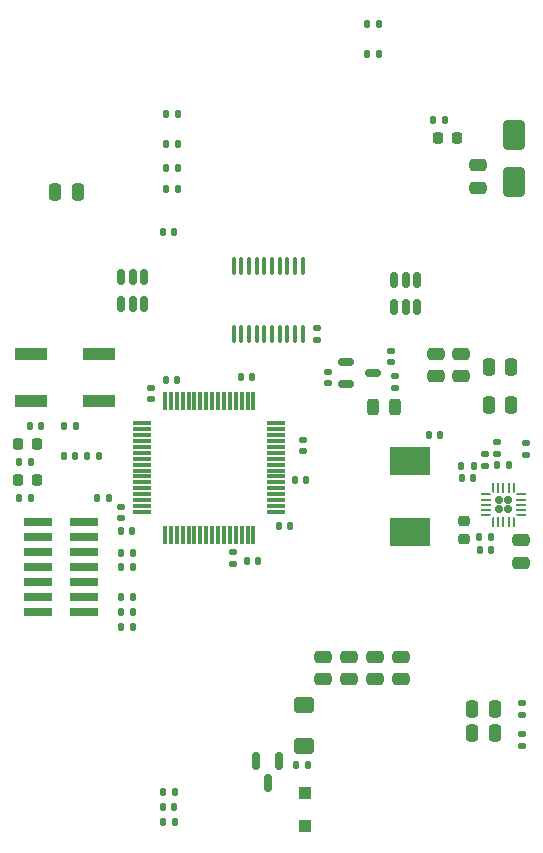
<source format=gtp>
%TF.GenerationSoftware,KiCad,Pcbnew,7.0.1*%
%TF.CreationDate,2023-06-05T22:57:50+02:00*%
%TF.ProjectId,AxisPCB-STM32F411,41786973-5043-4422-9d53-544d33324634,1*%
%TF.SameCoordinates,Original*%
%TF.FileFunction,Paste,Top*%
%TF.FilePolarity,Positive*%
%FSLAX46Y46*%
G04 Gerber Fmt 4.6, Leading zero omitted, Abs format (unit mm)*
G04 Created by KiCad (PCBNEW 7.0.1) date 2023-06-05 22:57:50*
%MOMM*%
%LPD*%
G01*
G04 APERTURE LIST*
G04 Aperture macros list*
%AMRoundRect*
0 Rectangle with rounded corners*
0 $1 Rounding radius*
0 $2 $3 $4 $5 $6 $7 $8 $9 X,Y pos of 4 corners*
0 Add a 4 corners polygon primitive as box body*
4,1,4,$2,$3,$4,$5,$6,$7,$8,$9,$2,$3,0*
0 Add four circle primitives for the rounded corners*
1,1,$1+$1,$2,$3*
1,1,$1+$1,$4,$5*
1,1,$1+$1,$6,$7*
1,1,$1+$1,$8,$9*
0 Add four rect primitives between the rounded corners*
20,1,$1+$1,$2,$3,$4,$5,0*
20,1,$1+$1,$4,$5,$6,$7,0*
20,1,$1+$1,$6,$7,$8,$9,0*
20,1,$1+$1,$8,$9,$2,$3,0*%
%AMFreePoly0*
4,1,14,0.289644,0.110355,0.410355,-0.010356,0.425000,-0.045711,0.425000,-0.075000,0.410355,-0.110355,0.375000,-0.125000,-0.375000,-0.125000,-0.410355,-0.110355,-0.425000,-0.075000,-0.425000,0.075000,-0.410355,0.110355,-0.375000,0.125000,0.254289,0.125000,0.289644,0.110355,0.289644,0.110355,$1*%
%AMFreePoly1*
4,1,14,0.410355,0.110355,0.425000,0.075000,0.425000,0.045711,0.410355,0.010356,0.289644,-0.110355,0.254289,-0.125000,-0.375000,-0.125000,-0.410355,-0.110355,-0.425000,-0.075000,-0.425000,0.075000,-0.410355,0.110355,-0.375000,0.125000,0.375000,0.125000,0.410355,0.110355,0.410355,0.110355,$1*%
%AMFreePoly2*
4,1,14,0.110355,0.410355,0.125000,0.375000,0.125000,-0.375000,0.110355,-0.410355,0.075000,-0.425000,-0.075000,-0.425000,-0.110355,-0.410355,-0.125000,-0.375000,-0.125000,0.254289,-0.110355,0.289644,0.010356,0.410355,0.045711,0.425000,0.075000,0.425000,0.110355,0.410355,0.110355,0.410355,$1*%
%AMFreePoly3*
4,1,14,-0.010356,0.410355,0.110355,0.289644,0.125000,0.254289,0.125000,-0.375000,0.110355,-0.410355,0.075000,-0.425000,-0.075000,-0.425000,-0.110355,-0.410355,-0.125000,-0.375000,-0.125000,0.375000,-0.110355,0.410355,-0.075000,0.425000,-0.045711,0.425000,-0.010356,0.410355,-0.010356,0.410355,$1*%
%AMFreePoly4*
4,1,14,0.410355,0.110355,0.425000,0.075000,0.425000,-0.075000,0.410355,-0.110355,0.375000,-0.125000,-0.254289,-0.125000,-0.289644,-0.110355,-0.410355,0.010356,-0.425000,0.045711,-0.425000,0.075000,-0.410355,0.110355,-0.375000,0.125000,0.375000,0.125000,0.410355,0.110355,0.410355,0.110355,$1*%
%AMFreePoly5*
4,1,14,0.410355,0.110355,0.425000,0.075000,0.425000,-0.075000,0.410355,-0.110355,0.375000,-0.125000,-0.375000,-0.125000,-0.410355,-0.110355,-0.425000,-0.075000,-0.425000,-0.045711,-0.410355,-0.010355,-0.289643,0.110355,-0.254289,0.125000,0.375000,0.125000,0.410355,0.110355,0.410355,0.110355,$1*%
%AMFreePoly6*
4,1,14,0.110355,0.410355,0.125000,0.375000,0.125000,-0.254289,0.110355,-0.289644,-0.010356,-0.410355,-0.045711,-0.425000,-0.075000,-0.425000,-0.110355,-0.410355,-0.125000,-0.375000,-0.125000,0.375000,-0.110355,0.410355,-0.075000,0.425000,0.075000,0.425000,0.110355,0.410355,0.110355,0.410355,$1*%
%AMFreePoly7*
4,1,14,0.110355,0.410355,0.125000,0.375000,0.125000,-0.375000,0.110355,-0.410355,0.075000,-0.425000,0.045711,-0.425000,0.010356,-0.410355,-0.110355,-0.289644,-0.125000,-0.254289,-0.125000,0.375000,-0.110355,0.410355,-0.075000,0.425000,0.075000,0.425000,0.110355,0.410355,0.110355,0.410355,$1*%
G04 Aperture macros list end*
%ADD10RoundRect,0.140000X0.140000X0.170000X-0.140000X0.170000X-0.140000X-0.170000X0.140000X-0.170000X0*%
%ADD11RoundRect,0.250000X0.475000X-0.250000X0.475000X0.250000X-0.475000X0.250000X-0.475000X-0.250000X0*%
%ADD12RoundRect,0.250000X-0.250000X-0.475000X0.250000X-0.475000X0.250000X0.475000X-0.250000X0.475000X0*%
%ADD13RoundRect,0.135000X-0.185000X0.135000X-0.185000X-0.135000X0.185000X-0.135000X0.185000X0.135000X0*%
%ADD14RoundRect,0.140000X-0.140000X-0.170000X0.140000X-0.170000X0.140000X0.170000X-0.140000X0.170000X0*%
%ADD15RoundRect,0.135000X0.135000X0.185000X-0.135000X0.185000X-0.135000X-0.185000X0.135000X-0.185000X0*%
%ADD16RoundRect,0.135000X0.185000X-0.135000X0.185000X0.135000X-0.185000X0.135000X-0.185000X-0.135000X0*%
%ADD17RoundRect,0.150000X-0.512500X-0.150000X0.512500X-0.150000X0.512500X0.150000X-0.512500X0.150000X0*%
%ADD18RoundRect,0.135000X-0.135000X-0.185000X0.135000X-0.185000X0.135000X0.185000X-0.135000X0.185000X0*%
%ADD19R,3.500000X2.350000*%
%ADD20RoundRect,0.225000X-0.250000X0.225000X-0.250000X-0.225000X0.250000X-0.225000X0.250000X0.225000X0*%
%ADD21RoundRect,0.140000X0.170000X-0.140000X0.170000X0.140000X-0.170000X0.140000X-0.170000X-0.140000X0*%
%ADD22RoundRect,0.150000X0.150000X-0.512500X0.150000X0.512500X-0.150000X0.512500X-0.150000X-0.512500X0*%
%ADD23RoundRect,0.140000X-0.170000X0.140000X-0.170000X-0.140000X0.170000X-0.140000X0.170000X0.140000X0*%
%ADD24RoundRect,0.075000X0.700000X0.075000X-0.700000X0.075000X-0.700000X-0.075000X0.700000X-0.075000X0*%
%ADD25RoundRect,0.075000X0.075000X0.700000X-0.075000X0.700000X-0.075000X-0.700000X0.075000X-0.700000X0*%
%ADD26RoundRect,0.100000X-0.100000X0.637500X-0.100000X-0.637500X0.100000X-0.637500X0.100000X0.637500X0*%
%ADD27R,2.750000X1.000000*%
%ADD28RoundRect,0.150000X-0.150000X0.587500X-0.150000X-0.587500X0.150000X-0.587500X0.150000X0.587500X0*%
%ADD29R,2.400000X0.740000*%
%ADD30RoundRect,0.167500X0.167500X-0.167500X0.167500X0.167500X-0.167500X0.167500X-0.167500X-0.167500X0*%
%ADD31FreePoly0,90.000000*%
%ADD32RoundRect,0.062500X0.062500X-0.362500X0.062500X0.362500X-0.062500X0.362500X-0.062500X-0.362500X0*%
%ADD33FreePoly1,90.000000*%
%ADD34FreePoly2,90.000000*%
%ADD35RoundRect,0.062500X0.362500X-0.062500X0.362500X0.062500X-0.362500X0.062500X-0.362500X-0.062500X0*%
%ADD36FreePoly3,90.000000*%
%ADD37FreePoly4,90.000000*%
%ADD38FreePoly5,90.000000*%
%ADD39FreePoly6,90.000000*%
%ADD40FreePoly7,90.000000*%
%ADD41RoundRect,0.218750X0.218750X0.256250X-0.218750X0.256250X-0.218750X-0.256250X0.218750X-0.256250X0*%
%ADD42RoundRect,0.250000X0.300000X-0.300000X0.300000X0.300000X-0.300000X0.300000X-0.300000X-0.300000X0*%
%ADD43RoundRect,0.250000X-0.475000X0.250000X-0.475000X-0.250000X0.475000X-0.250000X0.475000X0.250000X0*%
%ADD44RoundRect,0.218750X-0.218750X-0.256250X0.218750X-0.256250X0.218750X0.256250X-0.218750X0.256250X0*%
%ADD45RoundRect,0.250000X-0.650000X1.000000X-0.650000X-1.000000X0.650000X-1.000000X0.650000X1.000000X0*%
%ADD46RoundRect,0.243750X-0.243750X-0.456250X0.243750X-0.456250X0.243750X0.456250X-0.243750X0.456250X0*%
%ADD47RoundRect,0.250000X-0.600000X0.400000X-0.600000X-0.400000X0.600000X-0.400000X0.600000X0.400000X0*%
G04 APERTURE END LIST*
D10*
X129232600Y-57632600D03*
X128272600Y-57632600D03*
D11*
X143789400Y-82951400D03*
X143789400Y-81051400D03*
D10*
X155801000Y-72009000D03*
X154841000Y-72009000D03*
D12*
X118938000Y-41656000D03*
X120838000Y-41656000D03*
X155641000Y-56515000D03*
X157541000Y-56515000D03*
X154244000Y-85471000D03*
X156144000Y-85471000D03*
D10*
X136116000Y-72923400D03*
X135156000Y-72923400D03*
D13*
X147706500Y-57275000D03*
X147706500Y-58295000D03*
D14*
X150551000Y-62230000D03*
X151511000Y-62230000D03*
D13*
X133934200Y-72184800D03*
X133934200Y-73204800D03*
D14*
X137873800Y-69951600D03*
X138833800Y-69951600D03*
D15*
X146306000Y-29972000D03*
X145286000Y-29972000D03*
D16*
X158445200Y-85981000D03*
X158445200Y-84961000D03*
D17*
X145796000Y-57023000D03*
X143521000Y-57973000D03*
X143521000Y-56073000D03*
D18*
X139317000Y-90170000D03*
X140337000Y-90170000D03*
D11*
X153289000Y-57272000D03*
X153289000Y-55372000D03*
D15*
X123446000Y-67564000D03*
X122426000Y-67564000D03*
D14*
X124488000Y-70358000D03*
X125448000Y-70358000D03*
D18*
X156309600Y-64820800D03*
X157329600Y-64820800D03*
D15*
X129288000Y-35052000D03*
X128268000Y-35052000D03*
D19*
X148994000Y-70489800D03*
X148994000Y-64439800D03*
D15*
X129288000Y-37592000D03*
X128268000Y-37592000D03*
D18*
X153310000Y-64874000D03*
X154330000Y-64874000D03*
D11*
X148183600Y-82941200D03*
X148183600Y-81041200D03*
D20*
X153543000Y-69534600D03*
X153543000Y-71084600D03*
D13*
X156360000Y-62840000D03*
X156360000Y-63860000D03*
D16*
X158445200Y-87602600D03*
X158445200Y-88622600D03*
D11*
X141592200Y-82951400D03*
X141592200Y-81051400D03*
D18*
X145286000Y-27432000D03*
X146306000Y-27432000D03*
X128016000Y-92456000D03*
X129036000Y-92456000D03*
D15*
X122656000Y-64008000D03*
X121636000Y-64008000D03*
X129288000Y-39624000D03*
X128268000Y-39624000D03*
D21*
X141986000Y-57884000D03*
X141986000Y-56924000D03*
D22*
X124526000Y-51175500D03*
X125476000Y-51175500D03*
X126426000Y-51175500D03*
X126426000Y-48900500D03*
X125476000Y-48900500D03*
X124526000Y-48900500D03*
D23*
X139852400Y-62689800D03*
X139852400Y-63649800D03*
D10*
X129006000Y-93726000D03*
X128046000Y-93726000D03*
D23*
X127000000Y-58244800D03*
X127000000Y-59204800D03*
D16*
X155344000Y-64876000D03*
X155344000Y-63856000D03*
D24*
X137628000Y-68774000D03*
X137628000Y-68274000D03*
X137628000Y-67774000D03*
X137628000Y-67274000D03*
X137628000Y-66774000D03*
X137628000Y-66274000D03*
X137628000Y-65774000D03*
X137628000Y-65274000D03*
X137628000Y-64774000D03*
X137628000Y-64274000D03*
X137628000Y-63774000D03*
X137628000Y-63274000D03*
X137628000Y-62774000D03*
X137628000Y-62274000D03*
X137628000Y-61774000D03*
X137628000Y-61274000D03*
D25*
X135703000Y-59349000D03*
X135203000Y-59349000D03*
X134703000Y-59349000D03*
X134203000Y-59349000D03*
X133703000Y-59349000D03*
X133203000Y-59349000D03*
X132703000Y-59349000D03*
X132203000Y-59349000D03*
X131703000Y-59349000D03*
X131203000Y-59349000D03*
X130703000Y-59349000D03*
X130203000Y-59349000D03*
X129703000Y-59349000D03*
X129203000Y-59349000D03*
X128703000Y-59349000D03*
X128203000Y-59349000D03*
D24*
X126278000Y-61274000D03*
X126278000Y-61774000D03*
X126278000Y-62274000D03*
X126278000Y-62774000D03*
X126278000Y-63274000D03*
X126278000Y-63774000D03*
X126278000Y-64274000D03*
X126278000Y-64774000D03*
X126278000Y-65274000D03*
X126278000Y-65774000D03*
X126278000Y-66274000D03*
X126278000Y-66774000D03*
X126278000Y-67274000D03*
X126278000Y-67774000D03*
X126278000Y-68274000D03*
X126278000Y-68774000D03*
D25*
X128203000Y-70699000D03*
X128703000Y-70699000D03*
X129203000Y-70699000D03*
X129703000Y-70699000D03*
X130203000Y-70699000D03*
X130703000Y-70699000D03*
X131203000Y-70699000D03*
X131703000Y-70699000D03*
X132203000Y-70699000D03*
X132703000Y-70699000D03*
X133203000Y-70699000D03*
X133703000Y-70699000D03*
X134203000Y-70699000D03*
X134703000Y-70699000D03*
X135203000Y-70699000D03*
X135703000Y-70699000D03*
D18*
X120652000Y-61468000D03*
X119632000Y-61468000D03*
D11*
X145999200Y-82951400D03*
X145999200Y-81051400D03*
D26*
X139881800Y-53670200D03*
X139231800Y-53670200D03*
X138581800Y-53670200D03*
X137931800Y-53670200D03*
X137281800Y-53670200D03*
X136631800Y-53670200D03*
X135981800Y-53670200D03*
X135331800Y-53670200D03*
X134681800Y-53670200D03*
X134031800Y-53670200D03*
X134031800Y-47945200D03*
X134681800Y-47945200D03*
X135331800Y-47945200D03*
X135981800Y-47945200D03*
X136631800Y-47945200D03*
X137281800Y-47945200D03*
X137931800Y-47945200D03*
X138581800Y-47945200D03*
X139231800Y-47945200D03*
X139881800Y-47945200D03*
D15*
X125478000Y-75946000D03*
X124458000Y-75946000D03*
D27*
X116840000Y-55372000D03*
X122600000Y-55372000D03*
X116840000Y-59372000D03*
X122600000Y-59372000D03*
D14*
X153340000Y-65890000D03*
X154300000Y-65890000D03*
D23*
X141102200Y-53241000D03*
X141102200Y-54201000D03*
D15*
X116842000Y-64516000D03*
X115822000Y-64516000D03*
D28*
X137856000Y-89867500D03*
X135956000Y-89867500D03*
X136906000Y-91742500D03*
D15*
X151894000Y-35560000D03*
X150874000Y-35560000D03*
D29*
X117430000Y-69596000D03*
X121330000Y-69596000D03*
X117430000Y-70866000D03*
X121330000Y-70866000D03*
X117430000Y-72136000D03*
X121330000Y-72136000D03*
X117430000Y-73406000D03*
X121330000Y-73406000D03*
X117430000Y-74676000D03*
X121330000Y-74676000D03*
X117430000Y-75946000D03*
X121330000Y-75946000D03*
X117430000Y-77216000D03*
X121330000Y-77216000D03*
D30*
X156478000Y-68566000D03*
X157258000Y-68566000D03*
X156478000Y-67786000D03*
X157258000Y-67786000D03*
D31*
X155968000Y-69626000D03*
D32*
X156418000Y-69626000D03*
X156868000Y-69626000D03*
X157318000Y-69626000D03*
D33*
X157768000Y-69626000D03*
D34*
X158318000Y-69076000D03*
D35*
X158318000Y-68626000D03*
X158318000Y-68176000D03*
X158318000Y-67726000D03*
D36*
X158318000Y-67276000D03*
D37*
X157768000Y-66726000D03*
D32*
X157318000Y-66726000D03*
X156868000Y-66726000D03*
X156418000Y-66726000D03*
D38*
X155968000Y-66726000D03*
D39*
X155418000Y-67276000D03*
D35*
X155418000Y-67726000D03*
X155418000Y-68176000D03*
X155418000Y-68626000D03*
D40*
X155418000Y-69076000D03*
D41*
X117348000Y-62992000D03*
X115773000Y-62992000D03*
D15*
X155833000Y-70866000D03*
X154813000Y-70866000D03*
D10*
X129004000Y-45085000D03*
X128044000Y-45085000D03*
D18*
X128016000Y-94996000D03*
X129036000Y-94996000D03*
D12*
X155641000Y-59690000D03*
X157541000Y-59690000D03*
D18*
X124458000Y-77216000D03*
X125478000Y-77216000D03*
D15*
X125478000Y-72263000D03*
X124458000Y-72263000D03*
D13*
X158800800Y-62962600D03*
X158800800Y-63982600D03*
D18*
X115822000Y-67564000D03*
X116842000Y-67564000D03*
D42*
X140081000Y-95380000D03*
X140081000Y-92580000D03*
D15*
X125478000Y-73406000D03*
X124458000Y-73406000D03*
D22*
X147640000Y-51429500D03*
X148590000Y-51429500D03*
X149540000Y-51429500D03*
X149540000Y-49154500D03*
X148590000Y-49154500D03*
X147640000Y-49154500D03*
D21*
X147320000Y-56106000D03*
X147320000Y-55146000D03*
D43*
X158343600Y-71160600D03*
X158343600Y-73060600D03*
D44*
X151358500Y-37084000D03*
X152933500Y-37084000D03*
D11*
X151130000Y-57272000D03*
X151130000Y-55372000D03*
D10*
X117701000Y-61468000D03*
X116741000Y-61468000D03*
D11*
X154686000Y-41336000D03*
X154686000Y-39436000D03*
D18*
X124458000Y-78486000D03*
X125478000Y-78486000D03*
D45*
X157734000Y-36862000D03*
X157734000Y-40862000D03*
D14*
X139220000Y-66040000D03*
X140180000Y-66040000D03*
D12*
X154244000Y-87503000D03*
X156144000Y-87503000D03*
D21*
X124460000Y-69314000D03*
X124460000Y-68354000D03*
D46*
X145842000Y-59852000D03*
X147717000Y-59852000D03*
D41*
X117373500Y-66040000D03*
X115798500Y-66040000D03*
D14*
X134648000Y-57353200D03*
X135608000Y-57353200D03*
D10*
X120622000Y-64008000D03*
X119662000Y-64008000D03*
D47*
X139954000Y-85118000D03*
X139954000Y-88618000D03*
D15*
X129288000Y-41402000D03*
X128268000Y-41402000D03*
M02*

</source>
